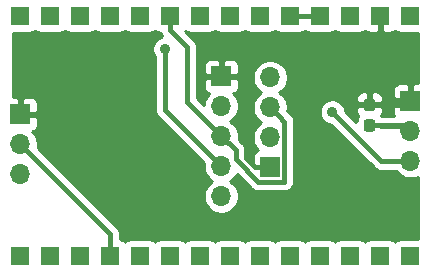
<source format=gbr>
G04 #@! TF.GenerationSoftware,KiCad,Pcbnew,5.1.5*
G04 #@! TF.CreationDate,2019-12-05T19:55:23+01:00*
G04 #@! TF.ProjectId,tiny328room,74696e79-3332-4387-926f-6f6d2e6b6963,rev?*
G04 #@! TF.SameCoordinates,Original*
G04 #@! TF.FileFunction,Copper,L1,Top*
G04 #@! TF.FilePolarity,Positive*
%FSLAX46Y46*%
G04 Gerber Fmt 4.6, Leading zero omitted, Abs format (unit mm)*
G04 Created by KiCad (PCBNEW 5.1.5) date 2019-12-05 19:55:23*
%MOMM*%
%LPD*%
G04 APERTURE LIST*
%ADD10R,1.700000X1.700000*%
%ADD11O,1.700000X1.700000*%
%ADD12R,1.600000X1.600000*%
%ADD13C,0.100000*%
%ADD14C,0.889000*%
%ADD15C,0.400000*%
%ADD16C,0.254000*%
G04 APERTURE END LIST*
D10*
X129565400Y-76885800D03*
D11*
X129565400Y-79425800D03*
X129565400Y-81965800D03*
X129565400Y-84505800D03*
X129565400Y-87045800D03*
D10*
X133705600Y-84607400D03*
D11*
X133705600Y-82067400D03*
X133705600Y-79527400D03*
X133705600Y-76987400D03*
X145567400Y-84048600D03*
X145567400Y-81508600D03*
D10*
X145567400Y-78968600D03*
X112547400Y-80111600D03*
D11*
X112547400Y-82651600D03*
X112547400Y-85191600D03*
D12*
X112534600Y-92113000D03*
X115074600Y-92113000D03*
X117614600Y-92113000D03*
X120154600Y-92113000D03*
X122694600Y-92113000D03*
X125234600Y-92113000D03*
X127774600Y-92113000D03*
X130314600Y-92113000D03*
X132854600Y-92113000D03*
X135394600Y-92113000D03*
X137934600Y-92113000D03*
X140474600Y-92113000D03*
X143014600Y-92113000D03*
X145554600Y-92113000D03*
X112534600Y-71793000D03*
X115074600Y-71793000D03*
X117614600Y-71793000D03*
X120154600Y-71793000D03*
X122694600Y-71793000D03*
X125234600Y-71793000D03*
X127774600Y-71793000D03*
X130314600Y-71793000D03*
X132854600Y-71793000D03*
X135394600Y-71793000D03*
X137934600Y-71793000D03*
X140474600Y-71793000D03*
X143014600Y-71793000D03*
X145554600Y-71793000D03*
G04 #@! TA.AperFunction,SMDPad,CuDef*
D13*
G36*
X142373779Y-78777544D02*
G01*
X142396834Y-78780963D01*
X142419443Y-78786627D01*
X142441387Y-78794479D01*
X142462457Y-78804444D01*
X142482448Y-78816426D01*
X142501168Y-78830310D01*
X142518438Y-78845962D01*
X142534090Y-78863232D01*
X142547974Y-78881952D01*
X142559956Y-78901943D01*
X142569921Y-78923013D01*
X142577773Y-78944957D01*
X142583437Y-78967566D01*
X142586856Y-78990621D01*
X142588000Y-79013900D01*
X142588000Y-79588900D01*
X142586856Y-79612179D01*
X142583437Y-79635234D01*
X142577773Y-79657843D01*
X142569921Y-79679787D01*
X142559956Y-79700857D01*
X142547974Y-79720848D01*
X142534090Y-79739568D01*
X142518438Y-79756838D01*
X142501168Y-79772490D01*
X142482448Y-79786374D01*
X142462457Y-79798356D01*
X142441387Y-79808321D01*
X142419443Y-79816173D01*
X142396834Y-79821837D01*
X142373779Y-79825256D01*
X142350500Y-79826400D01*
X141875500Y-79826400D01*
X141852221Y-79825256D01*
X141829166Y-79821837D01*
X141806557Y-79816173D01*
X141784613Y-79808321D01*
X141763543Y-79798356D01*
X141743552Y-79786374D01*
X141724832Y-79772490D01*
X141707562Y-79756838D01*
X141691910Y-79739568D01*
X141678026Y-79720848D01*
X141666044Y-79700857D01*
X141656079Y-79679787D01*
X141648227Y-79657843D01*
X141642563Y-79635234D01*
X141639144Y-79612179D01*
X141638000Y-79588900D01*
X141638000Y-79013900D01*
X141639144Y-78990621D01*
X141642563Y-78967566D01*
X141648227Y-78944957D01*
X141656079Y-78923013D01*
X141666044Y-78901943D01*
X141678026Y-78881952D01*
X141691910Y-78863232D01*
X141707562Y-78845962D01*
X141724832Y-78830310D01*
X141743552Y-78816426D01*
X141763543Y-78804444D01*
X141784613Y-78794479D01*
X141806557Y-78786627D01*
X141829166Y-78780963D01*
X141852221Y-78777544D01*
X141875500Y-78776400D01*
X142350500Y-78776400D01*
X142373779Y-78777544D01*
G37*
G04 #@! TD.AperFunction*
G04 #@! TA.AperFunction,SMDPad,CuDef*
G36*
X142373779Y-80527544D02*
G01*
X142396834Y-80530963D01*
X142419443Y-80536627D01*
X142441387Y-80544479D01*
X142462457Y-80554444D01*
X142482448Y-80566426D01*
X142501168Y-80580310D01*
X142518438Y-80595962D01*
X142534090Y-80613232D01*
X142547974Y-80631952D01*
X142559956Y-80651943D01*
X142569921Y-80673013D01*
X142577773Y-80694957D01*
X142583437Y-80717566D01*
X142586856Y-80740621D01*
X142588000Y-80763900D01*
X142588000Y-81338900D01*
X142586856Y-81362179D01*
X142583437Y-81385234D01*
X142577773Y-81407843D01*
X142569921Y-81429787D01*
X142559956Y-81450857D01*
X142547974Y-81470848D01*
X142534090Y-81489568D01*
X142518438Y-81506838D01*
X142501168Y-81522490D01*
X142482448Y-81536374D01*
X142462457Y-81548356D01*
X142441387Y-81558321D01*
X142419443Y-81566173D01*
X142396834Y-81571837D01*
X142373779Y-81575256D01*
X142350500Y-81576400D01*
X141875500Y-81576400D01*
X141852221Y-81575256D01*
X141829166Y-81571837D01*
X141806557Y-81566173D01*
X141784613Y-81558321D01*
X141763543Y-81548356D01*
X141743552Y-81536374D01*
X141724832Y-81522490D01*
X141707562Y-81506838D01*
X141691910Y-81489568D01*
X141678026Y-81470848D01*
X141666044Y-81450857D01*
X141656079Y-81429787D01*
X141648227Y-81407843D01*
X141642563Y-81385234D01*
X141639144Y-81362179D01*
X141638000Y-81338900D01*
X141638000Y-80763900D01*
X141639144Y-80740621D01*
X141642563Y-80717566D01*
X141648227Y-80694957D01*
X141656079Y-80673013D01*
X141666044Y-80651943D01*
X141678026Y-80631952D01*
X141691910Y-80613232D01*
X141707562Y-80595962D01*
X141724832Y-80580310D01*
X141743552Y-80566426D01*
X141763543Y-80554444D01*
X141784613Y-80544479D01*
X141806557Y-80536627D01*
X141829166Y-80530963D01*
X141852221Y-80527544D01*
X141875500Y-80526400D01*
X142350500Y-80526400D01*
X142373779Y-80527544D01*
G37*
G04 #@! TD.AperFunction*
D14*
X138963400Y-79908400D03*
X124790200Y-74574400D03*
D15*
X130815400Y-76885800D02*
X131673600Y-77744000D01*
X129565400Y-76885800D02*
X130815400Y-76885800D01*
X132455600Y-84607400D02*
X133705600Y-84607400D01*
X131673600Y-83825400D02*
X132455600Y-84607400D01*
X131673600Y-77744000D02*
X131673600Y-83825400D01*
X145223200Y-79312800D02*
X145567400Y-78968600D01*
X143103600Y-79312800D02*
X145223200Y-79312800D01*
X145234600Y-79301400D02*
X145567400Y-78968600D01*
X142113000Y-79301400D02*
X145234600Y-79301400D01*
X135394600Y-71793000D02*
X137934600Y-71793000D01*
X143103600Y-84048600D02*
X145567400Y-84048600D01*
X138963400Y-79908400D02*
X143103600Y-84048600D01*
X125234600Y-72993000D02*
X126669800Y-74428200D01*
X125234600Y-71793000D02*
X125234600Y-72993000D01*
X126669800Y-79070200D02*
X129565400Y-81965800D01*
X126669800Y-74428200D02*
X126669800Y-79070200D01*
X130767801Y-83168201D02*
X130767801Y-83879401D01*
X129565400Y-81965800D02*
X130767801Y-83168201D01*
X134555599Y-80377399D02*
X133705600Y-79527400D01*
X134908001Y-80729801D02*
X134555599Y-80377399D01*
X134908001Y-85739321D02*
X134908001Y-80729801D01*
X132698201Y-85809801D02*
X134837521Y-85809801D01*
X134837521Y-85809801D02*
X134908001Y-85739321D01*
X130767801Y-83879401D02*
X132698201Y-85809801D01*
X124790200Y-79730600D02*
X129565400Y-84505800D01*
X124790200Y-74574400D02*
X124790200Y-79730600D01*
X145121600Y-81062800D02*
X145567400Y-81508600D01*
X143103600Y-81062800D02*
X145121600Y-81062800D01*
X145110200Y-81051400D02*
X145567400Y-81508600D01*
X142113000Y-81051400D02*
X145110200Y-81051400D01*
X120154600Y-90258800D02*
X120154600Y-92113000D01*
X112547400Y-82651600D02*
X120154600Y-90258800D01*
D16*
G36*
X143141600Y-71666000D02*
G01*
X143161600Y-71666000D01*
X143161600Y-71920000D01*
X143141600Y-71920000D01*
X143141600Y-73069250D01*
X143300350Y-73228000D01*
X143814600Y-73231072D01*
X143939082Y-73218812D01*
X144058780Y-73182502D01*
X144169094Y-73123537D01*
X144265785Y-73044185D01*
X144284600Y-73021259D01*
X144303415Y-73044185D01*
X144400106Y-73123537D01*
X144510420Y-73182502D01*
X144630118Y-73218812D01*
X144754600Y-73231072D01*
X146228600Y-73231072D01*
X146228600Y-77481556D01*
X145853150Y-77483600D01*
X145694400Y-77642350D01*
X145694400Y-78841600D01*
X145714400Y-78841600D01*
X145714400Y-79095600D01*
X145694400Y-79095600D01*
X145694400Y-79115600D01*
X145440400Y-79115600D01*
X145440400Y-79095600D01*
X144241150Y-79095600D01*
X144082400Y-79254350D01*
X144079328Y-79818600D01*
X144091588Y-79943082D01*
X144127898Y-80062780D01*
X144186863Y-80173094D01*
X144222403Y-80216400D01*
X143089398Y-80216400D01*
X143118537Y-80180894D01*
X143177502Y-80070580D01*
X143213812Y-79950882D01*
X143226072Y-79826400D01*
X143223000Y-79587150D01*
X143064250Y-79428400D01*
X142240000Y-79428400D01*
X142240000Y-79448400D01*
X141986000Y-79448400D01*
X141986000Y-79428400D01*
X141161750Y-79428400D01*
X141003000Y-79587150D01*
X140999928Y-79826400D01*
X141012188Y-79950882D01*
X141048498Y-80070580D01*
X141107463Y-80180894D01*
X141167099Y-80253561D01*
X141147488Y-80277458D01*
X141066577Y-80428833D01*
X141016752Y-80593084D01*
X140999928Y-80763900D01*
X140999928Y-80764061D01*
X140042900Y-79807033D01*
X140042900Y-79802079D01*
X140001415Y-79593522D01*
X139920040Y-79397065D01*
X139801902Y-79220259D01*
X139651541Y-79069898D01*
X139474735Y-78951760D01*
X139278278Y-78870385D01*
X139069721Y-78828900D01*
X138857079Y-78828900D01*
X138648522Y-78870385D01*
X138452065Y-78951760D01*
X138275259Y-79069898D01*
X138124898Y-79220259D01*
X138006760Y-79397065D01*
X137925385Y-79593522D01*
X137883900Y-79802079D01*
X137883900Y-80014721D01*
X137925385Y-80223278D01*
X138006760Y-80419735D01*
X138124898Y-80596541D01*
X138275259Y-80746902D01*
X138452065Y-80865040D01*
X138648522Y-80946415D01*
X138857079Y-80987900D01*
X138862033Y-80987900D01*
X142484159Y-84610027D01*
X142510309Y-84641891D01*
X142583941Y-84702319D01*
X142637454Y-84746236D01*
X142782513Y-84823772D01*
X142939911Y-84871518D01*
X143103600Y-84887640D01*
X143144618Y-84883600D01*
X144339335Y-84883600D01*
X144413925Y-84995232D01*
X144620768Y-85202075D01*
X144863989Y-85364590D01*
X145134242Y-85476532D01*
X145421140Y-85533600D01*
X145713660Y-85533600D01*
X146000558Y-85476532D01*
X146228601Y-85382074D01*
X146228601Y-90674928D01*
X144754600Y-90674928D01*
X144630118Y-90687188D01*
X144510420Y-90723498D01*
X144400106Y-90782463D01*
X144303415Y-90861815D01*
X144284600Y-90884741D01*
X144265785Y-90861815D01*
X144169094Y-90782463D01*
X144058780Y-90723498D01*
X143939082Y-90687188D01*
X143814600Y-90674928D01*
X142214600Y-90674928D01*
X142090118Y-90687188D01*
X141970420Y-90723498D01*
X141860106Y-90782463D01*
X141763415Y-90861815D01*
X141744600Y-90884741D01*
X141725785Y-90861815D01*
X141629094Y-90782463D01*
X141518780Y-90723498D01*
X141399082Y-90687188D01*
X141274600Y-90674928D01*
X139674600Y-90674928D01*
X139550118Y-90687188D01*
X139430420Y-90723498D01*
X139320106Y-90782463D01*
X139223415Y-90861815D01*
X139204600Y-90884741D01*
X139185785Y-90861815D01*
X139089094Y-90782463D01*
X138978780Y-90723498D01*
X138859082Y-90687188D01*
X138734600Y-90674928D01*
X137134600Y-90674928D01*
X137010118Y-90687188D01*
X136890420Y-90723498D01*
X136780106Y-90782463D01*
X136683415Y-90861815D01*
X136664600Y-90884741D01*
X136645785Y-90861815D01*
X136549094Y-90782463D01*
X136438780Y-90723498D01*
X136319082Y-90687188D01*
X136194600Y-90674928D01*
X134594600Y-90674928D01*
X134470118Y-90687188D01*
X134350420Y-90723498D01*
X134240106Y-90782463D01*
X134143415Y-90861815D01*
X134124600Y-90884741D01*
X134105785Y-90861815D01*
X134009094Y-90782463D01*
X133898780Y-90723498D01*
X133779082Y-90687188D01*
X133654600Y-90674928D01*
X132054600Y-90674928D01*
X131930118Y-90687188D01*
X131810420Y-90723498D01*
X131700106Y-90782463D01*
X131603415Y-90861815D01*
X131584600Y-90884741D01*
X131565785Y-90861815D01*
X131469094Y-90782463D01*
X131358780Y-90723498D01*
X131239082Y-90687188D01*
X131114600Y-90674928D01*
X129514600Y-90674928D01*
X129390118Y-90687188D01*
X129270420Y-90723498D01*
X129160106Y-90782463D01*
X129063415Y-90861815D01*
X129044600Y-90884741D01*
X129025785Y-90861815D01*
X128929094Y-90782463D01*
X128818780Y-90723498D01*
X128699082Y-90687188D01*
X128574600Y-90674928D01*
X126974600Y-90674928D01*
X126850118Y-90687188D01*
X126730420Y-90723498D01*
X126620106Y-90782463D01*
X126523415Y-90861815D01*
X126504600Y-90884741D01*
X126485785Y-90861815D01*
X126389094Y-90782463D01*
X126278780Y-90723498D01*
X126159082Y-90687188D01*
X126034600Y-90674928D01*
X124434600Y-90674928D01*
X124310118Y-90687188D01*
X124190420Y-90723498D01*
X124080106Y-90782463D01*
X123983415Y-90861815D01*
X123964600Y-90884741D01*
X123945785Y-90861815D01*
X123849094Y-90782463D01*
X123738780Y-90723498D01*
X123619082Y-90687188D01*
X123494600Y-90674928D01*
X121894600Y-90674928D01*
X121770118Y-90687188D01*
X121650420Y-90723498D01*
X121540106Y-90782463D01*
X121443415Y-90861815D01*
X121424600Y-90884741D01*
X121405785Y-90861815D01*
X121309094Y-90782463D01*
X121198780Y-90723498D01*
X121079082Y-90687188D01*
X120989600Y-90678375D01*
X120989600Y-90299807D01*
X120993639Y-90258799D01*
X120989600Y-90217791D01*
X120989600Y-90217781D01*
X120977518Y-90095111D01*
X120929772Y-89937713D01*
X120852236Y-89792654D01*
X120747891Y-89665509D01*
X120716028Y-89639360D01*
X114006207Y-82929540D01*
X114032400Y-82797860D01*
X114032400Y-82505340D01*
X113975332Y-82218442D01*
X113863390Y-81948189D01*
X113700875Y-81704968D01*
X113569020Y-81573113D01*
X113641580Y-81551102D01*
X113751894Y-81492137D01*
X113848585Y-81412785D01*
X113927937Y-81316094D01*
X113986902Y-81205780D01*
X114023212Y-81086082D01*
X114035472Y-80961600D01*
X114032400Y-80397350D01*
X113873650Y-80238600D01*
X112674400Y-80238600D01*
X112674400Y-80258600D01*
X112420400Y-80258600D01*
X112420400Y-80238600D01*
X112400400Y-80238600D01*
X112400400Y-79984600D01*
X112420400Y-79984600D01*
X112420400Y-78785350D01*
X112674400Y-78785350D01*
X112674400Y-79984600D01*
X113873650Y-79984600D01*
X114032400Y-79825850D01*
X114035472Y-79261600D01*
X114023212Y-79137118D01*
X113986902Y-79017420D01*
X113927937Y-78907106D01*
X113848585Y-78810415D01*
X113751894Y-78731063D01*
X113641580Y-78672098D01*
X113521882Y-78635788D01*
X113397400Y-78623528D01*
X112833150Y-78626600D01*
X112674400Y-78785350D01*
X112420400Y-78785350D01*
X112261650Y-78626600D01*
X111911600Y-78624694D01*
X111911600Y-73231072D01*
X113334600Y-73231072D01*
X113459082Y-73218812D01*
X113578780Y-73182502D01*
X113689094Y-73123537D01*
X113785785Y-73044185D01*
X113804600Y-73021259D01*
X113823415Y-73044185D01*
X113920106Y-73123537D01*
X114030420Y-73182502D01*
X114150118Y-73218812D01*
X114274600Y-73231072D01*
X115874600Y-73231072D01*
X115999082Y-73218812D01*
X116118780Y-73182502D01*
X116229094Y-73123537D01*
X116325785Y-73044185D01*
X116344600Y-73021259D01*
X116363415Y-73044185D01*
X116460106Y-73123537D01*
X116570420Y-73182502D01*
X116690118Y-73218812D01*
X116814600Y-73231072D01*
X118414600Y-73231072D01*
X118539082Y-73218812D01*
X118658780Y-73182502D01*
X118769094Y-73123537D01*
X118865785Y-73044185D01*
X118884600Y-73021259D01*
X118903415Y-73044185D01*
X119000106Y-73123537D01*
X119110420Y-73182502D01*
X119230118Y-73218812D01*
X119354600Y-73231072D01*
X120954600Y-73231072D01*
X121079082Y-73218812D01*
X121198780Y-73182502D01*
X121309094Y-73123537D01*
X121405785Y-73044185D01*
X121424600Y-73021259D01*
X121443415Y-73044185D01*
X121540106Y-73123537D01*
X121650420Y-73182502D01*
X121770118Y-73218812D01*
X121894600Y-73231072D01*
X123494600Y-73231072D01*
X123619082Y-73218812D01*
X123738780Y-73182502D01*
X123849094Y-73123537D01*
X123945785Y-73044185D01*
X123964600Y-73021259D01*
X123983415Y-73044185D01*
X124080106Y-73123537D01*
X124190420Y-73182502D01*
X124310118Y-73218812D01*
X124434235Y-73231036D01*
X124459428Y-73314086D01*
X124459429Y-73314087D01*
X124536965Y-73459146D01*
X124582807Y-73515005D01*
X124475322Y-73536385D01*
X124278865Y-73617760D01*
X124102059Y-73735898D01*
X123951698Y-73886259D01*
X123833560Y-74063065D01*
X123752185Y-74259522D01*
X123710700Y-74468079D01*
X123710700Y-74680721D01*
X123752185Y-74889278D01*
X123833560Y-75085735D01*
X123951698Y-75262541D01*
X123955200Y-75266043D01*
X123955201Y-79689572D01*
X123951160Y-79730600D01*
X123967282Y-79894288D01*
X124015028Y-80051686D01*
X124090354Y-80192610D01*
X124092565Y-80196746D01*
X124196910Y-80323891D01*
X124228774Y-80350041D01*
X128106593Y-84227861D01*
X128080400Y-84359540D01*
X128080400Y-84652060D01*
X128137468Y-84938958D01*
X128249410Y-85209211D01*
X128411925Y-85452432D01*
X128618768Y-85659275D01*
X128793160Y-85775800D01*
X128618768Y-85892325D01*
X128411925Y-86099168D01*
X128249410Y-86342389D01*
X128137468Y-86612642D01*
X128080400Y-86899540D01*
X128080400Y-87192060D01*
X128137468Y-87478958D01*
X128249410Y-87749211D01*
X128411925Y-87992432D01*
X128618768Y-88199275D01*
X128861989Y-88361790D01*
X129132242Y-88473732D01*
X129419140Y-88530800D01*
X129711660Y-88530800D01*
X129998558Y-88473732D01*
X130268811Y-88361790D01*
X130512032Y-88199275D01*
X130718875Y-87992432D01*
X130881390Y-87749211D01*
X130993332Y-87478958D01*
X131050400Y-87192060D01*
X131050400Y-86899540D01*
X130993332Y-86612642D01*
X130881390Y-86342389D01*
X130718875Y-86099168D01*
X130512032Y-85892325D01*
X130337640Y-85775800D01*
X130512032Y-85659275D01*
X130718875Y-85452432D01*
X130881390Y-85209211D01*
X130891745Y-85184212D01*
X132078764Y-86371233D01*
X132104910Y-86403092D01*
X132136769Y-86429238D01*
X132136771Y-86429240D01*
X132232055Y-86507437D01*
X132377114Y-86584973D01*
X132534512Y-86632719D01*
X132698201Y-86648841D01*
X132739219Y-86644801D01*
X134796503Y-86644801D01*
X134837521Y-86648841D01*
X134878539Y-86644801D01*
X134878540Y-86644801D01*
X135001210Y-86632719D01*
X135158608Y-86584973D01*
X135303667Y-86507437D01*
X135430812Y-86403092D01*
X135456965Y-86371225D01*
X135469426Y-86358763D01*
X135501292Y-86332612D01*
X135605637Y-86205467D01*
X135683173Y-86060408D01*
X135730919Y-85903010D01*
X135743001Y-85780340D01*
X135743001Y-85780339D01*
X135747041Y-85739321D01*
X135743001Y-85698303D01*
X135743001Y-80770819D01*
X135747041Y-80729801D01*
X135733916Y-80596541D01*
X135730919Y-80566112D01*
X135683173Y-80408714D01*
X135605637Y-80263655D01*
X135501292Y-80136510D01*
X135469427Y-80110359D01*
X135175041Y-79815974D01*
X135175037Y-79815969D01*
X135164407Y-79805339D01*
X135190600Y-79673660D01*
X135190600Y-79381140D01*
X135133532Y-79094242D01*
X135021590Y-78823989D01*
X134989793Y-78776400D01*
X140999928Y-78776400D01*
X141003000Y-79015650D01*
X141161750Y-79174400D01*
X141986000Y-79174400D01*
X141986000Y-78300150D01*
X142240000Y-78300150D01*
X142240000Y-79174400D01*
X143064250Y-79174400D01*
X143223000Y-79015650D01*
X143226072Y-78776400D01*
X143213812Y-78651918D01*
X143177502Y-78532220D01*
X143118537Y-78421906D01*
X143039185Y-78325215D01*
X142942494Y-78245863D01*
X142832180Y-78186898D01*
X142712482Y-78150588D01*
X142588000Y-78138328D01*
X142398750Y-78141400D01*
X142240000Y-78300150D01*
X141986000Y-78300150D01*
X141827250Y-78141400D01*
X141638000Y-78138328D01*
X141513518Y-78150588D01*
X141393820Y-78186898D01*
X141283506Y-78245863D01*
X141186815Y-78325215D01*
X141107463Y-78421906D01*
X141048498Y-78532220D01*
X141012188Y-78651918D01*
X140999928Y-78776400D01*
X134989793Y-78776400D01*
X134859075Y-78580768D01*
X134652232Y-78373925D01*
X134477840Y-78257400D01*
X134652232Y-78140875D01*
X134674507Y-78118600D01*
X144079328Y-78118600D01*
X144082400Y-78682850D01*
X144241150Y-78841600D01*
X145440400Y-78841600D01*
X145440400Y-77642350D01*
X145281650Y-77483600D01*
X144717400Y-77480528D01*
X144592918Y-77492788D01*
X144473220Y-77529098D01*
X144362906Y-77588063D01*
X144266215Y-77667415D01*
X144186863Y-77764106D01*
X144127898Y-77874420D01*
X144091588Y-77994118D01*
X144079328Y-78118600D01*
X134674507Y-78118600D01*
X134859075Y-77934032D01*
X135021590Y-77690811D01*
X135133532Y-77420558D01*
X135190600Y-77133660D01*
X135190600Y-76841140D01*
X135133532Y-76554242D01*
X135021590Y-76283989D01*
X134859075Y-76040768D01*
X134652232Y-75833925D01*
X134409011Y-75671410D01*
X134138758Y-75559468D01*
X133851860Y-75502400D01*
X133559340Y-75502400D01*
X133272442Y-75559468D01*
X133002189Y-75671410D01*
X132758968Y-75833925D01*
X132552125Y-76040768D01*
X132389610Y-76283989D01*
X132277668Y-76554242D01*
X132220600Y-76841140D01*
X132220600Y-77133660D01*
X132277668Y-77420558D01*
X132389610Y-77690811D01*
X132552125Y-77934032D01*
X132758968Y-78140875D01*
X132933360Y-78257400D01*
X132758968Y-78373925D01*
X132552125Y-78580768D01*
X132389610Y-78823989D01*
X132277668Y-79094242D01*
X132220600Y-79381140D01*
X132220600Y-79673660D01*
X132277668Y-79960558D01*
X132389610Y-80230811D01*
X132552125Y-80474032D01*
X132758968Y-80680875D01*
X132933360Y-80797400D01*
X132758968Y-80913925D01*
X132552125Y-81120768D01*
X132389610Y-81363989D01*
X132277668Y-81634242D01*
X132220600Y-81921140D01*
X132220600Y-82213660D01*
X132277668Y-82500558D01*
X132389610Y-82770811D01*
X132552125Y-83014032D01*
X132683980Y-83145887D01*
X132611420Y-83167898D01*
X132501106Y-83226863D01*
X132404415Y-83306215D01*
X132325063Y-83402906D01*
X132266098Y-83513220D01*
X132229788Y-83632918D01*
X132217528Y-83757400D01*
X132219668Y-84150400D01*
X131602801Y-83533534D01*
X131602801Y-83209219D01*
X131606841Y-83168201D01*
X131590719Y-83004512D01*
X131542973Y-82847114D01*
X131465437Y-82702055D01*
X131387240Y-82606771D01*
X131387238Y-82606769D01*
X131361092Y-82574910D01*
X131329234Y-82548765D01*
X131024207Y-82243739D01*
X131050400Y-82112060D01*
X131050400Y-81819540D01*
X130993332Y-81532642D01*
X130881390Y-81262389D01*
X130718875Y-81019168D01*
X130512032Y-80812325D01*
X130337640Y-80695800D01*
X130512032Y-80579275D01*
X130718875Y-80372432D01*
X130881390Y-80129211D01*
X130993332Y-79858958D01*
X131050400Y-79572060D01*
X131050400Y-79279540D01*
X130993332Y-78992642D01*
X130881390Y-78722389D01*
X130718875Y-78479168D01*
X130587020Y-78347313D01*
X130659580Y-78325302D01*
X130769894Y-78266337D01*
X130866585Y-78186985D01*
X130945937Y-78090294D01*
X131004902Y-77979980D01*
X131041212Y-77860282D01*
X131053472Y-77735800D01*
X131050400Y-77171550D01*
X130891650Y-77012800D01*
X129692400Y-77012800D01*
X129692400Y-77032800D01*
X129438400Y-77032800D01*
X129438400Y-77012800D01*
X128239150Y-77012800D01*
X128080400Y-77171550D01*
X128077328Y-77735800D01*
X128089588Y-77860282D01*
X128125898Y-77979980D01*
X128184863Y-78090294D01*
X128264215Y-78186985D01*
X128360906Y-78266337D01*
X128471220Y-78325302D01*
X128543780Y-78347313D01*
X128411925Y-78479168D01*
X128249410Y-78722389D01*
X128137468Y-78992642D01*
X128080400Y-79279540D01*
X128080400Y-79299932D01*
X127504800Y-78724333D01*
X127504800Y-76035800D01*
X128077328Y-76035800D01*
X128080400Y-76600050D01*
X128239150Y-76758800D01*
X129438400Y-76758800D01*
X129438400Y-75559550D01*
X129692400Y-75559550D01*
X129692400Y-76758800D01*
X130891650Y-76758800D01*
X131050400Y-76600050D01*
X131053472Y-76035800D01*
X131041212Y-75911318D01*
X131004902Y-75791620D01*
X130945937Y-75681306D01*
X130866585Y-75584615D01*
X130769894Y-75505263D01*
X130659580Y-75446298D01*
X130539882Y-75409988D01*
X130415400Y-75397728D01*
X129851150Y-75400800D01*
X129692400Y-75559550D01*
X129438400Y-75559550D01*
X129279650Y-75400800D01*
X128715400Y-75397728D01*
X128590918Y-75409988D01*
X128471220Y-75446298D01*
X128360906Y-75505263D01*
X128264215Y-75584615D01*
X128184863Y-75681306D01*
X128125898Y-75791620D01*
X128089588Y-75911318D01*
X128077328Y-76035800D01*
X127504800Y-76035800D01*
X127504800Y-74469207D01*
X127508839Y-74428199D01*
X127504800Y-74387191D01*
X127504800Y-74387181D01*
X127492718Y-74264511D01*
X127444972Y-74107113D01*
X127367436Y-73962054D01*
X127263091Y-73834909D01*
X127231228Y-73808760D01*
X126475277Y-73052809D01*
X126485785Y-73044185D01*
X126504600Y-73021259D01*
X126523415Y-73044185D01*
X126620106Y-73123537D01*
X126730420Y-73182502D01*
X126850118Y-73218812D01*
X126974600Y-73231072D01*
X128574600Y-73231072D01*
X128699082Y-73218812D01*
X128818780Y-73182502D01*
X128929094Y-73123537D01*
X129025785Y-73044185D01*
X129044600Y-73021259D01*
X129063415Y-73044185D01*
X129160106Y-73123537D01*
X129270420Y-73182502D01*
X129390118Y-73218812D01*
X129514600Y-73231072D01*
X131114600Y-73231072D01*
X131239082Y-73218812D01*
X131358780Y-73182502D01*
X131469094Y-73123537D01*
X131565785Y-73044185D01*
X131584600Y-73021259D01*
X131603415Y-73044185D01*
X131700106Y-73123537D01*
X131810420Y-73182502D01*
X131930118Y-73218812D01*
X132054600Y-73231072D01*
X133654600Y-73231072D01*
X133779082Y-73218812D01*
X133898780Y-73182502D01*
X134009094Y-73123537D01*
X134105785Y-73044185D01*
X134124600Y-73021259D01*
X134143415Y-73044185D01*
X134240106Y-73123537D01*
X134350420Y-73182502D01*
X134470118Y-73218812D01*
X134594600Y-73231072D01*
X136194600Y-73231072D01*
X136319082Y-73218812D01*
X136438780Y-73182502D01*
X136549094Y-73123537D01*
X136645785Y-73044185D01*
X136664600Y-73021259D01*
X136683415Y-73044185D01*
X136780106Y-73123537D01*
X136890420Y-73182502D01*
X137010118Y-73218812D01*
X137134600Y-73231072D01*
X138734600Y-73231072D01*
X138859082Y-73218812D01*
X138978780Y-73182502D01*
X139089094Y-73123537D01*
X139185785Y-73044185D01*
X139204600Y-73021259D01*
X139223415Y-73044185D01*
X139320106Y-73123537D01*
X139430420Y-73182502D01*
X139550118Y-73218812D01*
X139674600Y-73231072D01*
X141274600Y-73231072D01*
X141399082Y-73218812D01*
X141518780Y-73182502D01*
X141629094Y-73123537D01*
X141725785Y-73044185D01*
X141744600Y-73021259D01*
X141763415Y-73044185D01*
X141860106Y-73123537D01*
X141970420Y-73182502D01*
X142090118Y-73218812D01*
X142214600Y-73231072D01*
X142728850Y-73228000D01*
X142887600Y-73069250D01*
X142887600Y-71920000D01*
X142867600Y-71920000D01*
X142867600Y-71666000D01*
X142887600Y-71666000D01*
X142887600Y-71646000D01*
X143141600Y-71646000D01*
X143141600Y-71666000D01*
G37*
X143141600Y-71666000D02*
X143161600Y-71666000D01*
X143161600Y-71920000D01*
X143141600Y-71920000D01*
X143141600Y-73069250D01*
X143300350Y-73228000D01*
X143814600Y-73231072D01*
X143939082Y-73218812D01*
X144058780Y-73182502D01*
X144169094Y-73123537D01*
X144265785Y-73044185D01*
X144284600Y-73021259D01*
X144303415Y-73044185D01*
X144400106Y-73123537D01*
X144510420Y-73182502D01*
X144630118Y-73218812D01*
X144754600Y-73231072D01*
X146228600Y-73231072D01*
X146228600Y-77481556D01*
X145853150Y-77483600D01*
X145694400Y-77642350D01*
X145694400Y-78841600D01*
X145714400Y-78841600D01*
X145714400Y-79095600D01*
X145694400Y-79095600D01*
X145694400Y-79115600D01*
X145440400Y-79115600D01*
X145440400Y-79095600D01*
X144241150Y-79095600D01*
X144082400Y-79254350D01*
X144079328Y-79818600D01*
X144091588Y-79943082D01*
X144127898Y-80062780D01*
X144186863Y-80173094D01*
X144222403Y-80216400D01*
X143089398Y-80216400D01*
X143118537Y-80180894D01*
X143177502Y-80070580D01*
X143213812Y-79950882D01*
X143226072Y-79826400D01*
X143223000Y-79587150D01*
X143064250Y-79428400D01*
X142240000Y-79428400D01*
X142240000Y-79448400D01*
X141986000Y-79448400D01*
X141986000Y-79428400D01*
X141161750Y-79428400D01*
X141003000Y-79587150D01*
X140999928Y-79826400D01*
X141012188Y-79950882D01*
X141048498Y-80070580D01*
X141107463Y-80180894D01*
X141167099Y-80253561D01*
X141147488Y-80277458D01*
X141066577Y-80428833D01*
X141016752Y-80593084D01*
X140999928Y-80763900D01*
X140999928Y-80764061D01*
X140042900Y-79807033D01*
X140042900Y-79802079D01*
X140001415Y-79593522D01*
X139920040Y-79397065D01*
X139801902Y-79220259D01*
X139651541Y-79069898D01*
X139474735Y-78951760D01*
X139278278Y-78870385D01*
X139069721Y-78828900D01*
X138857079Y-78828900D01*
X138648522Y-78870385D01*
X138452065Y-78951760D01*
X138275259Y-79069898D01*
X138124898Y-79220259D01*
X138006760Y-79397065D01*
X137925385Y-79593522D01*
X137883900Y-79802079D01*
X137883900Y-80014721D01*
X137925385Y-80223278D01*
X138006760Y-80419735D01*
X138124898Y-80596541D01*
X138275259Y-80746902D01*
X138452065Y-80865040D01*
X138648522Y-80946415D01*
X138857079Y-80987900D01*
X138862033Y-80987900D01*
X142484159Y-84610027D01*
X142510309Y-84641891D01*
X142583941Y-84702319D01*
X142637454Y-84746236D01*
X142782513Y-84823772D01*
X142939911Y-84871518D01*
X143103600Y-84887640D01*
X143144618Y-84883600D01*
X144339335Y-84883600D01*
X144413925Y-84995232D01*
X144620768Y-85202075D01*
X144863989Y-85364590D01*
X145134242Y-85476532D01*
X145421140Y-85533600D01*
X145713660Y-85533600D01*
X146000558Y-85476532D01*
X146228601Y-85382074D01*
X146228601Y-90674928D01*
X144754600Y-90674928D01*
X144630118Y-90687188D01*
X144510420Y-90723498D01*
X144400106Y-90782463D01*
X144303415Y-90861815D01*
X144284600Y-90884741D01*
X144265785Y-90861815D01*
X144169094Y-90782463D01*
X144058780Y-90723498D01*
X143939082Y-90687188D01*
X143814600Y-90674928D01*
X142214600Y-90674928D01*
X142090118Y-90687188D01*
X141970420Y-90723498D01*
X141860106Y-90782463D01*
X141763415Y-90861815D01*
X141744600Y-90884741D01*
X141725785Y-90861815D01*
X141629094Y-90782463D01*
X141518780Y-90723498D01*
X141399082Y-90687188D01*
X141274600Y-90674928D01*
X139674600Y-90674928D01*
X139550118Y-90687188D01*
X139430420Y-90723498D01*
X139320106Y-90782463D01*
X139223415Y-90861815D01*
X139204600Y-90884741D01*
X139185785Y-90861815D01*
X139089094Y-90782463D01*
X138978780Y-90723498D01*
X138859082Y-90687188D01*
X138734600Y-90674928D01*
X137134600Y-90674928D01*
X137010118Y-90687188D01*
X136890420Y-90723498D01*
X136780106Y-90782463D01*
X136683415Y-90861815D01*
X136664600Y-90884741D01*
X136645785Y-90861815D01*
X136549094Y-90782463D01*
X136438780Y-90723498D01*
X136319082Y-90687188D01*
X136194600Y-90674928D01*
X134594600Y-90674928D01*
X134470118Y-90687188D01*
X134350420Y-90723498D01*
X134240106Y-90782463D01*
X134143415Y-90861815D01*
X134124600Y-90884741D01*
X134105785Y-90861815D01*
X134009094Y-90782463D01*
X133898780Y-90723498D01*
X133779082Y-90687188D01*
X133654600Y-90674928D01*
X132054600Y-90674928D01*
X131930118Y-90687188D01*
X131810420Y-90723498D01*
X131700106Y-90782463D01*
X131603415Y-90861815D01*
X131584600Y-90884741D01*
X131565785Y-90861815D01*
X131469094Y-90782463D01*
X131358780Y-90723498D01*
X131239082Y-90687188D01*
X131114600Y-90674928D01*
X129514600Y-90674928D01*
X129390118Y-90687188D01*
X129270420Y-90723498D01*
X129160106Y-90782463D01*
X129063415Y-90861815D01*
X129044600Y-90884741D01*
X129025785Y-90861815D01*
X128929094Y-90782463D01*
X128818780Y-90723498D01*
X128699082Y-90687188D01*
X128574600Y-90674928D01*
X126974600Y-90674928D01*
X126850118Y-90687188D01*
X126730420Y-90723498D01*
X126620106Y-90782463D01*
X126523415Y-90861815D01*
X126504600Y-90884741D01*
X126485785Y-90861815D01*
X126389094Y-90782463D01*
X126278780Y-90723498D01*
X126159082Y-90687188D01*
X126034600Y-90674928D01*
X124434600Y-90674928D01*
X124310118Y-90687188D01*
X124190420Y-90723498D01*
X124080106Y-90782463D01*
X123983415Y-90861815D01*
X123964600Y-90884741D01*
X123945785Y-90861815D01*
X123849094Y-90782463D01*
X123738780Y-90723498D01*
X123619082Y-90687188D01*
X123494600Y-90674928D01*
X121894600Y-90674928D01*
X121770118Y-90687188D01*
X121650420Y-90723498D01*
X121540106Y-90782463D01*
X121443415Y-90861815D01*
X121424600Y-90884741D01*
X121405785Y-90861815D01*
X121309094Y-90782463D01*
X121198780Y-90723498D01*
X121079082Y-90687188D01*
X120989600Y-90678375D01*
X120989600Y-90299807D01*
X120993639Y-90258799D01*
X120989600Y-90217791D01*
X120989600Y-90217781D01*
X120977518Y-90095111D01*
X120929772Y-89937713D01*
X120852236Y-89792654D01*
X120747891Y-89665509D01*
X120716028Y-89639360D01*
X114006207Y-82929540D01*
X114032400Y-82797860D01*
X114032400Y-82505340D01*
X113975332Y-82218442D01*
X113863390Y-81948189D01*
X113700875Y-81704968D01*
X113569020Y-81573113D01*
X113641580Y-81551102D01*
X113751894Y-81492137D01*
X113848585Y-81412785D01*
X113927937Y-81316094D01*
X113986902Y-81205780D01*
X114023212Y-81086082D01*
X114035472Y-80961600D01*
X114032400Y-80397350D01*
X113873650Y-80238600D01*
X112674400Y-80238600D01*
X112674400Y-80258600D01*
X112420400Y-80258600D01*
X112420400Y-80238600D01*
X112400400Y-80238600D01*
X112400400Y-79984600D01*
X112420400Y-79984600D01*
X112420400Y-78785350D01*
X112674400Y-78785350D01*
X112674400Y-79984600D01*
X113873650Y-79984600D01*
X114032400Y-79825850D01*
X114035472Y-79261600D01*
X114023212Y-79137118D01*
X113986902Y-79017420D01*
X113927937Y-78907106D01*
X113848585Y-78810415D01*
X113751894Y-78731063D01*
X113641580Y-78672098D01*
X113521882Y-78635788D01*
X113397400Y-78623528D01*
X112833150Y-78626600D01*
X112674400Y-78785350D01*
X112420400Y-78785350D01*
X112261650Y-78626600D01*
X111911600Y-78624694D01*
X111911600Y-73231072D01*
X113334600Y-73231072D01*
X113459082Y-73218812D01*
X113578780Y-73182502D01*
X113689094Y-73123537D01*
X113785785Y-73044185D01*
X113804600Y-73021259D01*
X113823415Y-73044185D01*
X113920106Y-73123537D01*
X114030420Y-73182502D01*
X114150118Y-73218812D01*
X114274600Y-73231072D01*
X115874600Y-73231072D01*
X115999082Y-73218812D01*
X116118780Y-73182502D01*
X116229094Y-73123537D01*
X116325785Y-73044185D01*
X116344600Y-73021259D01*
X116363415Y-73044185D01*
X116460106Y-73123537D01*
X116570420Y-73182502D01*
X116690118Y-73218812D01*
X116814600Y-73231072D01*
X118414600Y-73231072D01*
X118539082Y-73218812D01*
X118658780Y-73182502D01*
X118769094Y-73123537D01*
X118865785Y-73044185D01*
X118884600Y-73021259D01*
X118903415Y-73044185D01*
X119000106Y-73123537D01*
X119110420Y-73182502D01*
X119230118Y-73218812D01*
X119354600Y-73231072D01*
X120954600Y-73231072D01*
X121079082Y-73218812D01*
X121198780Y-73182502D01*
X121309094Y-73123537D01*
X121405785Y-73044185D01*
X121424600Y-73021259D01*
X121443415Y-73044185D01*
X121540106Y-73123537D01*
X121650420Y-73182502D01*
X121770118Y-73218812D01*
X121894600Y-73231072D01*
X123494600Y-73231072D01*
X123619082Y-73218812D01*
X123738780Y-73182502D01*
X123849094Y-73123537D01*
X123945785Y-73044185D01*
X123964600Y-73021259D01*
X123983415Y-73044185D01*
X124080106Y-73123537D01*
X124190420Y-73182502D01*
X124310118Y-73218812D01*
X124434235Y-73231036D01*
X124459428Y-73314086D01*
X124459429Y-73314087D01*
X124536965Y-73459146D01*
X124582807Y-73515005D01*
X124475322Y-73536385D01*
X124278865Y-73617760D01*
X124102059Y-73735898D01*
X123951698Y-73886259D01*
X123833560Y-74063065D01*
X123752185Y-74259522D01*
X123710700Y-74468079D01*
X123710700Y-74680721D01*
X123752185Y-74889278D01*
X123833560Y-75085735D01*
X123951698Y-75262541D01*
X123955200Y-75266043D01*
X123955201Y-79689572D01*
X123951160Y-79730600D01*
X123967282Y-79894288D01*
X124015028Y-80051686D01*
X124090354Y-80192610D01*
X124092565Y-80196746D01*
X124196910Y-80323891D01*
X124228774Y-80350041D01*
X128106593Y-84227861D01*
X128080400Y-84359540D01*
X128080400Y-84652060D01*
X128137468Y-84938958D01*
X128249410Y-85209211D01*
X128411925Y-85452432D01*
X128618768Y-85659275D01*
X128793160Y-85775800D01*
X128618768Y-85892325D01*
X128411925Y-86099168D01*
X128249410Y-86342389D01*
X128137468Y-86612642D01*
X128080400Y-86899540D01*
X128080400Y-87192060D01*
X128137468Y-87478958D01*
X128249410Y-87749211D01*
X128411925Y-87992432D01*
X128618768Y-88199275D01*
X128861989Y-88361790D01*
X129132242Y-88473732D01*
X129419140Y-88530800D01*
X129711660Y-88530800D01*
X129998558Y-88473732D01*
X130268811Y-88361790D01*
X130512032Y-88199275D01*
X130718875Y-87992432D01*
X130881390Y-87749211D01*
X130993332Y-87478958D01*
X131050400Y-87192060D01*
X131050400Y-86899540D01*
X130993332Y-86612642D01*
X130881390Y-86342389D01*
X130718875Y-86099168D01*
X130512032Y-85892325D01*
X130337640Y-85775800D01*
X130512032Y-85659275D01*
X130718875Y-85452432D01*
X130881390Y-85209211D01*
X130891745Y-85184212D01*
X132078764Y-86371233D01*
X132104910Y-86403092D01*
X132136769Y-86429238D01*
X132136771Y-86429240D01*
X132232055Y-86507437D01*
X132377114Y-86584973D01*
X132534512Y-86632719D01*
X132698201Y-86648841D01*
X132739219Y-86644801D01*
X134796503Y-86644801D01*
X134837521Y-86648841D01*
X134878539Y-86644801D01*
X134878540Y-86644801D01*
X135001210Y-86632719D01*
X135158608Y-86584973D01*
X135303667Y-86507437D01*
X135430812Y-86403092D01*
X135456965Y-86371225D01*
X135469426Y-86358763D01*
X135501292Y-86332612D01*
X135605637Y-86205467D01*
X135683173Y-86060408D01*
X135730919Y-85903010D01*
X135743001Y-85780340D01*
X135743001Y-85780339D01*
X135747041Y-85739321D01*
X135743001Y-85698303D01*
X135743001Y-80770819D01*
X135747041Y-80729801D01*
X135733916Y-80596541D01*
X135730919Y-80566112D01*
X135683173Y-80408714D01*
X135605637Y-80263655D01*
X135501292Y-80136510D01*
X135469427Y-80110359D01*
X135175041Y-79815974D01*
X135175037Y-79815969D01*
X135164407Y-79805339D01*
X135190600Y-79673660D01*
X135190600Y-79381140D01*
X135133532Y-79094242D01*
X135021590Y-78823989D01*
X134989793Y-78776400D01*
X140999928Y-78776400D01*
X141003000Y-79015650D01*
X141161750Y-79174400D01*
X141986000Y-79174400D01*
X141986000Y-78300150D01*
X142240000Y-78300150D01*
X142240000Y-79174400D01*
X143064250Y-79174400D01*
X143223000Y-79015650D01*
X143226072Y-78776400D01*
X143213812Y-78651918D01*
X143177502Y-78532220D01*
X143118537Y-78421906D01*
X143039185Y-78325215D01*
X142942494Y-78245863D01*
X142832180Y-78186898D01*
X142712482Y-78150588D01*
X142588000Y-78138328D01*
X142398750Y-78141400D01*
X142240000Y-78300150D01*
X141986000Y-78300150D01*
X141827250Y-78141400D01*
X141638000Y-78138328D01*
X141513518Y-78150588D01*
X141393820Y-78186898D01*
X141283506Y-78245863D01*
X141186815Y-78325215D01*
X141107463Y-78421906D01*
X141048498Y-78532220D01*
X141012188Y-78651918D01*
X140999928Y-78776400D01*
X134989793Y-78776400D01*
X134859075Y-78580768D01*
X134652232Y-78373925D01*
X134477840Y-78257400D01*
X134652232Y-78140875D01*
X134674507Y-78118600D01*
X144079328Y-78118600D01*
X144082400Y-78682850D01*
X144241150Y-78841600D01*
X145440400Y-78841600D01*
X145440400Y-77642350D01*
X145281650Y-77483600D01*
X144717400Y-77480528D01*
X144592918Y-77492788D01*
X144473220Y-77529098D01*
X144362906Y-77588063D01*
X144266215Y-77667415D01*
X144186863Y-77764106D01*
X144127898Y-77874420D01*
X144091588Y-77994118D01*
X144079328Y-78118600D01*
X134674507Y-78118600D01*
X134859075Y-77934032D01*
X135021590Y-77690811D01*
X135133532Y-77420558D01*
X135190600Y-77133660D01*
X135190600Y-76841140D01*
X135133532Y-76554242D01*
X135021590Y-76283989D01*
X134859075Y-76040768D01*
X134652232Y-75833925D01*
X134409011Y-75671410D01*
X134138758Y-75559468D01*
X133851860Y-75502400D01*
X133559340Y-75502400D01*
X133272442Y-75559468D01*
X133002189Y-75671410D01*
X132758968Y-75833925D01*
X132552125Y-76040768D01*
X132389610Y-76283989D01*
X132277668Y-76554242D01*
X132220600Y-76841140D01*
X132220600Y-77133660D01*
X132277668Y-77420558D01*
X132389610Y-77690811D01*
X132552125Y-77934032D01*
X132758968Y-78140875D01*
X132933360Y-78257400D01*
X132758968Y-78373925D01*
X132552125Y-78580768D01*
X132389610Y-78823989D01*
X132277668Y-79094242D01*
X132220600Y-79381140D01*
X132220600Y-79673660D01*
X132277668Y-79960558D01*
X132389610Y-80230811D01*
X132552125Y-80474032D01*
X132758968Y-80680875D01*
X132933360Y-80797400D01*
X132758968Y-80913925D01*
X132552125Y-81120768D01*
X132389610Y-81363989D01*
X132277668Y-81634242D01*
X132220600Y-81921140D01*
X132220600Y-82213660D01*
X132277668Y-82500558D01*
X132389610Y-82770811D01*
X132552125Y-83014032D01*
X132683980Y-83145887D01*
X132611420Y-83167898D01*
X132501106Y-83226863D01*
X132404415Y-83306215D01*
X132325063Y-83402906D01*
X132266098Y-83513220D01*
X132229788Y-83632918D01*
X132217528Y-83757400D01*
X132219668Y-84150400D01*
X131602801Y-83533534D01*
X131602801Y-83209219D01*
X131606841Y-83168201D01*
X131590719Y-83004512D01*
X131542973Y-82847114D01*
X131465437Y-82702055D01*
X131387240Y-82606771D01*
X131387238Y-82606769D01*
X131361092Y-82574910D01*
X131329234Y-82548765D01*
X131024207Y-82243739D01*
X131050400Y-82112060D01*
X131050400Y-81819540D01*
X130993332Y-81532642D01*
X130881390Y-81262389D01*
X130718875Y-81019168D01*
X130512032Y-80812325D01*
X130337640Y-80695800D01*
X130512032Y-80579275D01*
X130718875Y-80372432D01*
X130881390Y-80129211D01*
X130993332Y-79858958D01*
X131050400Y-79572060D01*
X131050400Y-79279540D01*
X130993332Y-78992642D01*
X130881390Y-78722389D01*
X130718875Y-78479168D01*
X130587020Y-78347313D01*
X130659580Y-78325302D01*
X130769894Y-78266337D01*
X130866585Y-78186985D01*
X130945937Y-78090294D01*
X131004902Y-77979980D01*
X131041212Y-77860282D01*
X131053472Y-77735800D01*
X131050400Y-77171550D01*
X130891650Y-77012800D01*
X129692400Y-77012800D01*
X129692400Y-77032800D01*
X129438400Y-77032800D01*
X129438400Y-77012800D01*
X128239150Y-77012800D01*
X128080400Y-77171550D01*
X128077328Y-77735800D01*
X128089588Y-77860282D01*
X128125898Y-77979980D01*
X128184863Y-78090294D01*
X128264215Y-78186985D01*
X128360906Y-78266337D01*
X128471220Y-78325302D01*
X128543780Y-78347313D01*
X128411925Y-78479168D01*
X128249410Y-78722389D01*
X128137468Y-78992642D01*
X128080400Y-79279540D01*
X128080400Y-79299932D01*
X127504800Y-78724333D01*
X127504800Y-76035800D01*
X128077328Y-76035800D01*
X128080400Y-76600050D01*
X128239150Y-76758800D01*
X129438400Y-76758800D01*
X129438400Y-75559550D01*
X129692400Y-75559550D01*
X129692400Y-76758800D01*
X130891650Y-76758800D01*
X131050400Y-76600050D01*
X131053472Y-76035800D01*
X131041212Y-75911318D01*
X131004902Y-75791620D01*
X130945937Y-75681306D01*
X130866585Y-75584615D01*
X130769894Y-75505263D01*
X130659580Y-75446298D01*
X130539882Y-75409988D01*
X130415400Y-75397728D01*
X129851150Y-75400800D01*
X129692400Y-75559550D01*
X129438400Y-75559550D01*
X129279650Y-75400800D01*
X128715400Y-75397728D01*
X128590918Y-75409988D01*
X128471220Y-75446298D01*
X128360906Y-75505263D01*
X128264215Y-75584615D01*
X128184863Y-75681306D01*
X128125898Y-75791620D01*
X128089588Y-75911318D01*
X128077328Y-76035800D01*
X127504800Y-76035800D01*
X127504800Y-74469207D01*
X127508839Y-74428199D01*
X127504800Y-74387191D01*
X127504800Y-74387181D01*
X127492718Y-74264511D01*
X127444972Y-74107113D01*
X127367436Y-73962054D01*
X127263091Y-73834909D01*
X127231228Y-73808760D01*
X126475277Y-73052809D01*
X126485785Y-73044185D01*
X126504600Y-73021259D01*
X126523415Y-73044185D01*
X126620106Y-73123537D01*
X126730420Y-73182502D01*
X126850118Y-73218812D01*
X126974600Y-73231072D01*
X128574600Y-73231072D01*
X128699082Y-73218812D01*
X128818780Y-73182502D01*
X128929094Y-73123537D01*
X129025785Y-73044185D01*
X129044600Y-73021259D01*
X129063415Y-73044185D01*
X129160106Y-73123537D01*
X129270420Y-73182502D01*
X129390118Y-73218812D01*
X129514600Y-73231072D01*
X131114600Y-73231072D01*
X131239082Y-73218812D01*
X131358780Y-73182502D01*
X131469094Y-73123537D01*
X131565785Y-73044185D01*
X131584600Y-73021259D01*
X131603415Y-73044185D01*
X131700106Y-73123537D01*
X131810420Y-73182502D01*
X131930118Y-73218812D01*
X132054600Y-73231072D01*
X133654600Y-73231072D01*
X133779082Y-73218812D01*
X133898780Y-73182502D01*
X134009094Y-73123537D01*
X134105785Y-73044185D01*
X134124600Y-73021259D01*
X134143415Y-73044185D01*
X134240106Y-73123537D01*
X134350420Y-73182502D01*
X134470118Y-73218812D01*
X134594600Y-73231072D01*
X136194600Y-73231072D01*
X136319082Y-73218812D01*
X136438780Y-73182502D01*
X136549094Y-73123537D01*
X136645785Y-73044185D01*
X136664600Y-73021259D01*
X136683415Y-73044185D01*
X136780106Y-73123537D01*
X136890420Y-73182502D01*
X137010118Y-73218812D01*
X137134600Y-73231072D01*
X138734600Y-73231072D01*
X138859082Y-73218812D01*
X138978780Y-73182502D01*
X139089094Y-73123537D01*
X139185785Y-73044185D01*
X139204600Y-73021259D01*
X139223415Y-73044185D01*
X139320106Y-73123537D01*
X139430420Y-73182502D01*
X139550118Y-73218812D01*
X139674600Y-73231072D01*
X141274600Y-73231072D01*
X141399082Y-73218812D01*
X141518780Y-73182502D01*
X141629094Y-73123537D01*
X141725785Y-73044185D01*
X141744600Y-73021259D01*
X141763415Y-73044185D01*
X141860106Y-73123537D01*
X141970420Y-73182502D01*
X142090118Y-73218812D01*
X142214600Y-73231072D01*
X142728850Y-73228000D01*
X142887600Y-73069250D01*
X142887600Y-71920000D01*
X142867600Y-71920000D01*
X142867600Y-71666000D01*
X142887600Y-71666000D01*
X142887600Y-71646000D01*
X143141600Y-71646000D01*
X143141600Y-71666000D01*
G36*
X133832600Y-84480400D02*
G01*
X133852600Y-84480400D01*
X133852600Y-84734400D01*
X133832600Y-84734400D01*
X133832600Y-84754400D01*
X133578600Y-84754400D01*
X133578600Y-84734400D01*
X133558600Y-84734400D01*
X133558600Y-84480400D01*
X133578600Y-84480400D01*
X133578600Y-84460400D01*
X133832600Y-84460400D01*
X133832600Y-84480400D01*
G37*
X133832600Y-84480400D02*
X133852600Y-84480400D01*
X133852600Y-84734400D01*
X133832600Y-84734400D01*
X133832600Y-84754400D01*
X133578600Y-84754400D01*
X133578600Y-84734400D01*
X133558600Y-84734400D01*
X133558600Y-84480400D01*
X133578600Y-84480400D01*
X133578600Y-84460400D01*
X133832600Y-84460400D01*
X133832600Y-84480400D01*
M02*

</source>
